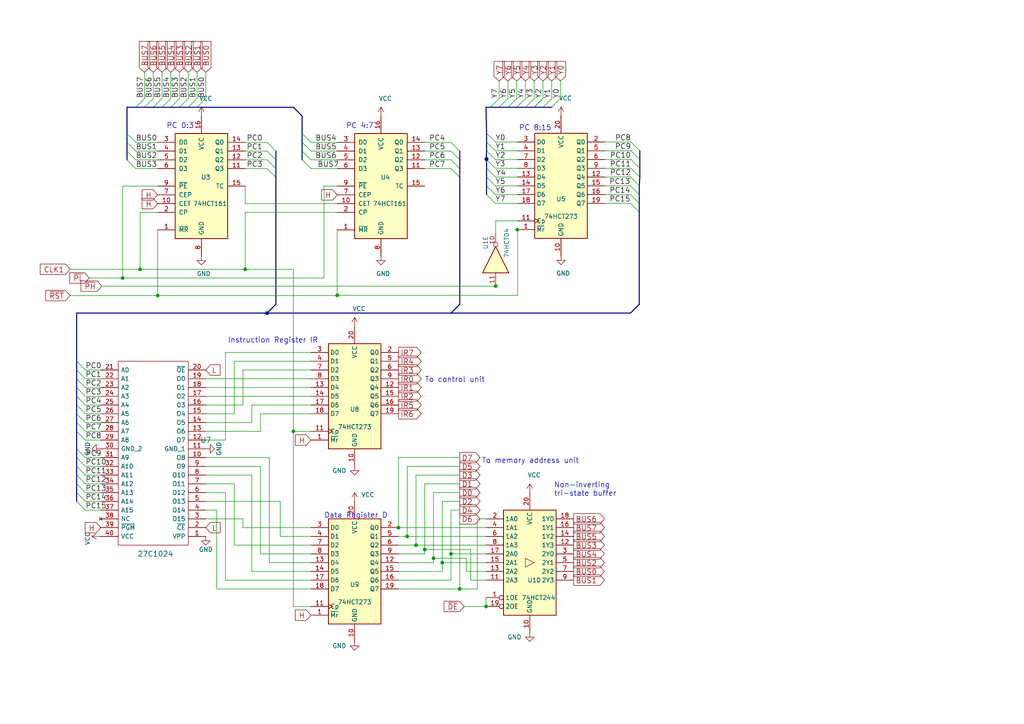
<source format=kicad_sch>
(kicad_sch (version 20211123) (generator eeschema)
  (paper "A4")
  (title_block (title "Gigatron Instruction Fetch") (date "2020-03-20") (rev "Release") (company "Marcel van Kervinck and Walter Belgers") (comment 1 "When there is no branching, the memory space is linear and PC will cross page boundaries.") (comment 2 "Unconditional jumps go to any location in program memory.") (comment 3 "Conditional branches can go to any location within the current 256-word page.") (comment 4 "The 16-bit program counter (PC) normally increments by one for every clock cycle."))
  (lib_symbols
    (symbol "74xx:74HCT04"
      (property "Reference" "U" (at 0 1.27 0))
      (property "Value" "74HCT04" (at 0 -1.27 0))
      (symbol "74HCT04_1_0"
        (polyline (pts (xy -3.81 3.81) (xy -3.81 -3.81) (xy 3.81 0) (xy -3.81 3.81)) (stroke (width 0.254)) (fill (type background)))
        (pin input line (at -7.62 0 0) (length 3.81) (name "~") (number "1"))
        (pin output inverted (at 7.62 0 180) (length 3.81) (name "~") (number "2"))
      )
      (symbol "74HCT04_2_0"
        (polyline (pts (xy -3.81 3.81) (xy -3.81 -3.81) (xy 3.81 0) (xy -3.81 3.81)) (stroke (width 0.254)) (fill (type background)))
        (pin input line (at -7.62 0 0) (length 3.81) (name "~") (number "3"))
        (pin output inverted (at 7.62 0 180) (length 3.81) (name "~") (number "4"))
      )
      (symbol "74HCT04_3_0"
        (polyline (pts (xy -3.81 3.81) (xy -3.81 -3.81) (xy 3.81 0) (xy -3.81 3.81)) (stroke (width 0.254)) (fill (type background)))
        (pin input line (at -7.62 0 0) (length 3.81) (name "~") (number "5"))
        (pin output inverted (at 7.62 0 180) (length 3.81) (name "~") (number "6"))
      )
      (symbol "74HCT04_4_0"
        (polyline (pts (xy -3.81 3.81) (xy -3.81 -3.81) (xy 3.81 0) (xy -3.81 3.81)) (stroke (width 0.254)) (fill (type background)))
        (pin output inverted (at 7.62 0 180) (length 3.81) (name "~") (number "8"))
        (pin input line (at -7.62 0 0) (length 3.81) (name "~") (number "9"))
      )
      (symbol "74HCT04_5_0"
        (polyline (pts (xy -3.81 3.81) (xy -3.81 -3.81) (xy 3.81 0) (xy -3.81 3.81)) (stroke (width 0.254)) (fill (type background)))
        (pin output inverted (at 7.62 0 180) (length 3.81) (name "~") (number "10"))
        (pin input line (at -7.62 0 0) (length 3.81) (name "~") (number "11"))
      )
      (symbol "74HCT04_6_0"
        (polyline (pts (xy -3.81 3.81) (xy -3.81 -3.81) (xy 3.81 0) (xy -3.81 3.81)) (stroke (width 0.254)) (fill (type background)))
        (pin output inverted (at 7.62 0 180) (length 3.81) (name "~") (number "12"))
        (pin input line (at -7.62 0 0) (length 3.81) (name "~") (number "13"))
      )
      (symbol "74HCT04_7_0"
        (pin power_in line (at 0 12.7 270) (length 5.08) (name "VCC") (number "14"))
        (pin power_in line (at 0 -12.7 90) (length 5.08) (name "GND") (number "7"))
      )
      (symbol "74HCT04_7_1"
        (rectangle (start -5.08 7.62) (end 5.08 -7.62) (stroke (width 0.254)) (fill (type background)))
      )
    )
    (symbol "74xx:74HCT244"
      (property "Reference" "U" (at -7.62 16.51 0))
      (property "Value" "74HCT244" (at -7.62 -16.51 0))
      (symbol "74HCT244_1_0"
        (polyline (pts (xy 1.27 0) (xy -1.27 1.27) (xy -1.27 -1.27) (xy 1.27 0)) (stroke (width 0.1524)))
        (pin input inverted (at -12.7 -10.16 0) (length 5.08) (name "1OE") (number "1"))
        (pin power_in line (at 0 -20.32 90) (length 5.08) (name "GND") (number "10"))
        (pin input line (at -12.7 -5.08 0) (length 5.08) (name "2A3") (number "11"))
        (pin tri_state line (at 12.7 5.08 180) (length 5.08) (name "1Y3") (number "12"))
        (pin input line (at -12.7 -2.54 0) (length 5.08) (name "2A2") (number "13"))
        (pin tri_state line (at 12.7 7.62 180) (length 5.08) (name "1Y2") (number "14"))
        (pin input line (at -12.7 0 0) (length 5.08) (name "2A1") (number "15"))
        (pin tri_state line (at 12.7 10.16 180) (length 5.08) (name "1Y1") (number "16"))
        (pin input line (at -12.7 2.54 0) (length 5.08) (name "2A0") (number "17"))
        (pin tri_state line (at 12.7 12.7 180) (length 5.08) (name "1Y0") (number "18"))
        (pin input inverted (at -12.7 -12.7 0) (length 5.08) (name "2OE") (number "19"))
        (pin input line (at -12.7 12.7 0) (length 5.08) (name "1A0") (number "2"))
        (pin power_in line (at 0 20.32 270) (length 5.08) (name "VCC") (number "20"))
        (pin tri_state line (at 12.7 2.54 180) (length 5.08) (name "2Y0") (number "3"))
        (pin input line (at -12.7 10.16 0) (length 5.08) (name "1A1") (number "4"))
        (pin tri_state line (at 12.7 0 180) (length 5.08) (name "2Y1") (number "5"))
        (pin input line (at -12.7 7.62 0) (length 5.08) (name "1A2") (number "6"))
        (pin tri_state line (at 12.7 -2.54 180) (length 5.08) (name "2Y2") (number "7"))
        (pin input line (at -12.7 5.08 0) (length 5.08) (name "1A3") (number "8"))
        (pin tri_state line (at 12.7 -5.08 180) (length 5.08) (name "2Y3") (number "9"))
      )
      (symbol "74HCT244_1_1"
        (rectangle (start -7.62 15.24) (end 7.62 -15.24) (stroke (width 0.254)) (fill (type background)))
      )
    )
    (symbol "74xx:74HCT273"
      (property "Reference" "U" (at -7.62 16.51 0))
      (property "Value" "74HCT273" (at -7.62 -16.51 0))
      (symbol "74HCT273_1_0"
        (pin input line (at -12.7 -12.7 0) (length 5.08) (name "~{Mr}") (number "1"))
        (pin power_in line (at 0 -20.32 90) (length 5.08) (name "GND") (number "10"))
        (pin input clock (at -12.7 -10.16 0) (length 5.08) (name "Cp") (number "11"))
        (pin output line (at 12.7 2.54 180) (length 5.08) (name "Q4") (number "12"))
        (pin input line (at -12.7 2.54 0) (length 5.08) (name "D4") (number "13"))
        (pin input line (at -12.7 0 0) (length 5.08) (name "D5") (number "14"))
        (pin output line (at 12.7 0 180) (length 5.08) (name "Q5") (number "15"))
        (pin output line (at 12.7 -2.54 180) (length 5.08) (name "Q6") (number "16"))
        (pin input line (at -12.7 -2.54 0) (length 5.08) (name "D6") (number "17"))
        (pin input line (at -12.7 -5.08 0) (length 5.08) (name "D7") (number "18"))
        (pin output line (at 12.7 -5.08 180) (length 5.08) (name "Q7") (number "19"))
        (pin output line (at 12.7 12.7 180) (length 5.08) (name "Q0") (number "2"))
        (pin power_in line (at 0 20.32 270) (length 5.08) (name "VCC") (number "20"))
        (pin input line (at -12.7 12.7 0) (length 5.08) (name "D0") (number "3"))
        (pin input line (at -12.7 10.16 0) (length 5.08) (name "D1") (number "4"))
        (pin output line (at 12.7 10.16 180) (length 5.08) (name "Q1") (number "5"))
        (pin output line (at 12.7 7.62 180) (length 5.08) (name "Q2") (number "6"))
        (pin input line (at -12.7 7.62 0) (length 5.08) (name "D2") (number "7"))
        (pin input line (at -12.7 5.08 0) (length 5.08) (name "D3") (number "8"))
        (pin output line (at 12.7 5.08 180) (length 5.08) (name "Q3") (number "9"))
      )
      (symbol "74HCT273_1_1"
        (rectangle (start -7.62 15.24) (end 7.62 -15.24) (stroke (width 0.254)) (fill (type background)))
      )
    )
    (symbol "74xx:74LS161" (pin_names (offset 1.016))
      (property "Reference" "U" (at -7.62 16.51 0))
      (property "Value" "74LS161" (at -7.62 -16.51 0))
      (symbol "74LS161_1_0"
        (pin input line (at -12.7 -12.7 0) (length 5.08) (name "~{MR}") (number "1"))
        (pin input line (at -12.7 -5.08 0) (length 5.08) (name "CET") (number "10"))
        (pin output line (at 12.7 5.08 180) (length 5.08) (name "Q3") (number "11"))
        (pin output line (at 12.7 7.62 180) (length 5.08) (name "Q2") (number "12"))
        (pin output line (at 12.7 10.16 180) (length 5.08) (name "Q1") (number "13"))
        (pin output line (at 12.7 12.7 180) (length 5.08) (name "Q0") (number "14"))
        (pin output line (at 12.7 0 180) (length 5.08) (name "TC") (number "15"))
        (pin power_in line (at 0 20.32 270) (length 5.08) (name "VCC") (number "16"))
        (pin input line (at -12.7 -7.62 0) (length 5.08) (name "CP") (number "2"))
        (pin input line (at -12.7 12.7 0) (length 5.08) (name "D0") (number "3"))
        (pin input line (at -12.7 10.16 0) (length 5.08) (name "D1") (number "4"))
        (pin input line (at -12.7 7.62 0) (length 5.08) (name "D2") (number "5"))
        (pin input line (at -12.7 5.08 0) (length 5.08) (name "D3") (number "6"))
        (pin input line (at -12.7 -2.54 0) (length 5.08) (name "CEP") (number "7"))
        (pin power_in line (at 0 -20.32 90) (length 5.08) (name "GND") (number "8"))
        (pin input line (at -12.7 0 0) (length 5.08) (name "~{PE}") (number "9"))
      )
      (symbol "74LS161_1_1"
        (rectangle (start -7.62 15.24) (end 7.62 -15.24) (stroke (width 0.254)) (fill (type background)))
      )
    )
    (symbol "SamacSys_Parts:AT27C1024-45PU" (pin_names (offset 0.762))
      (property "Reference" "IC" (at 26.67 7.62 0))
      (property "Value" "SamacSys_Parts_AT27C1024-45PU" (at 26.67 5.08 0))
      (symbol "AT27C1024-45PU_0_0"
        (pin passive line (at 0 0 0) (length 5.08) (name "VPP") (number "1"))
        (pin passive line (at 0 -22.86 0) (length 5.08) (name "O8") (number "10"))
        (pin passive line (at 0 -25.4 0) (length 5.08) (name "GND_1") (number "11"))
        (pin passive line (at 0 -27.94 0) (length 5.08) (name "O7") (number "12"))
        (pin passive line (at 0 -30.48 0) (length 5.08) (name "O6") (number "13"))
        (pin passive line (at 0 -33.02 0) (length 5.08) (name "O5") (number "14"))
        (pin passive line (at 0 -35.56 0) (length 5.08) (name "O4") (number "15"))
        (pin passive line (at 0 -38.1 0) (length 5.08) (name "O3") (number "16"))
        (pin passive line (at 0 -40.64 0) (length 5.08) (name "O2") (number "17"))
        (pin passive line (at 0 -43.18 0) (length 5.08) (name "O1") (number "18"))
        (pin passive line (at 0 -45.72 0) (length 5.08) (name "O0") (number "19"))
        (pin passive line (at 0 -2.54 0) (length 5.08) (name "~{CE}") (number "2"))
        (pin passive line (at 0 -48.26 0) (length 5.08) (name "~{OE}") (number "20"))
        (pin passive line (at 30.48 -48.26 180) (length 5.08) (name "A0") (number "21"))
        (pin passive line (at 30.48 -45.72 180) (length 5.08) (name "A1") (number "22"))
        (pin passive line (at 30.48 -43.18 180) (length 5.08) (name "A2") (number "23"))
        (pin passive line (at 30.48 -40.64 180) (length 5.08) (name "A3") (number "24"))
        (pin passive line (at 30.48 -38.1 180) (length 5.08) (name "A4") (number "25"))
        (pin passive line (at 30.48 -35.56 180) (length 5.08) (name "A5") (number "26"))
        (pin passive line (at 30.48 -33.02 180) (length 5.08) (name "A6") (number "27"))
        (pin passive line (at 30.48 -30.48 180) (length 5.08) (name "A7") (number "28"))
        (pin passive line (at 30.48 -27.94 180) (length 5.08) (name "A8") (number "29"))
        (pin passive line (at 0 -5.08 0) (length 5.08) (name "O15") (number "3"))
        (pin passive line (at 30.48 -25.4 180) (length 5.08) (name "GND_2") (number "30"))
        (pin passive line (at 30.48 -22.86 180) (length 5.08) (name "A9") (number "31"))
        (pin passive line (at 30.48 -20.32 180) (length 5.08) (name "A10") (number "32"))
        (pin passive line (at 30.48 -17.78 180) (length 5.08) (name "A11") (number "33"))
        (pin passive line (at 30.48 -15.24 180) (length 5.08) (name "A12") (number "34"))
        (pin passive line (at 30.48 -12.7 180) (length 5.08) (name "A13") (number "35"))
        (pin passive line (at 30.48 -10.16 180) (length 5.08) (name "A14") (number "36"))
        (pin passive line (at 30.48 -7.62 180) (length 5.08) (name "A15") (number "37"))
        (pin no_connect line (at 30.48 -5.08 180) (length 5.08) (name "NC") (number "38"))
        (pin passive line (at 30.48 -2.54 180) (length 5.08) (name "~{PGM}") (number "39"))
        (pin passive line (at 0 -7.62 0) (length 5.08) (name "O14") (number "4"))
        (pin passive line (at 30.48 0 180) (length 5.08) (name "VCC") (number "40"))
        (pin passive line (at 0 -10.16 0) (length 5.08) (name "O13") (number "5"))
        (pin passive line (at 0 -12.7 0) (length 5.08) (name "O12") (number "6"))
        (pin passive line (at 0 -15.24 0) (length 5.08) (name "O11") (number "7"))
        (pin passive line (at 0 -17.78 0) (length 5.08) (name "O10") (number "8"))
        (pin passive line (at 0 -20.32 0) (length 5.08) (name "O9") (number "9"))
      )
      (symbol "AT27C1024-45PU_0_1"
        (polyline (pts (xy 5.08 2.54) (xy 25.4 2.54) (xy 25.4 -50.8) (xy 5.08 -50.8) (xy 5.08 2.54)) (stroke (width 0.1524)))
      )
    )
    (symbol "power:GND" (power) (pin_names (offset 0))
      (property "Value" "GND" (at 0 -3.81 0))
      (symbol "GND_0_1"
        (polyline (pts (xy 0 0) (xy 0 -1.27) (xy 1.27 -1.27) (xy 0 -2.54) (xy -1.27 -1.27) (xy 0 -1.27)))
      )
      (symbol "GND_1_1"
        (pin power_in line (at 0 0 270) (length 0) hide (name "GND") (number "1"))
      )
    )
    (symbol "power:VCC" (power) (pin_names (offset 0))
      (property "Value" "VCC" (at 0 3.81 0))
      (symbol "VCC_0_1"
        (polyline (pts (xy -0.762 1.27) (xy 0 2.54)))
        (polyline (pts (xy 0 0) (xy 0 2.54)))
        (polyline (pts (xy 0 2.54) (xy 0.762 1.27)))
      )
      (symbol "VCC_1_1"
        (pin power_in line (at 0 0 90) (length 0) hide (name "VCC") (number "1"))
      )
    )
  )
  (junction (at 133.35 170.815))
  (junction (at 97.79 85.6488))
  (junction (at 141.0716 46.1264))
  (junction (at 85.09 125.095))
  (junction (at 35.56 80.645))
  (junction (at 115.57 153.035))
  (junction (at 140.97 175.895))
  (junction (at 143.764 82.9564))
  (junction (at 128.27 163.195))
  (junction (at 120.65 158.115))
  (junction (at 71.12 78.105))
  (junction (at 130.81 160.655))
  (junction (at 45.72 85.725))
  (junction (at 77.47 90.805))
  (junction (at 141.1224 46.1264))
  (junction (at 118.11 155.575))
  (junction (at 125.73 161.925))
  (junction (at 150.0124 66.5988))
  (junction (at 123.19 159.385))
  (junction (at 40.64 78.105))
  (bus_entry (at 77.47 41.275) (size 2.54 2.54))
  (bus_entry (at 183.0324 46.2788) (size 2.54 2.54))
  (bus_entry (at 182.88 58.9788) (size 2.54 2.54))
  (bus_entry (at 130.81 41.275) (size 2.54 2.54))
  (bus_entry (at 77.47 43.815) (size 2.54 2.54))
  (bus_entry (at 46.99 28.575) (size -2.54 2.54))
  (bus_entry (at 141.1224 48.8188) (size 2.54 2.54))
  (bus_entry (at 141.1224 43.7388) (size 2.54 2.54))
  (bus_entry (at 182.88 56.4388) (size 2.54 2.54))
  (bus_entry (at 141.1224 51.3588) (size 2.54 2.54))
  (bus_entry (at 22.225 122.555) (size 2.54 2.54))
  (bus_entry (at 87.63 46.355) (size 2.54 2.54))
  (bus_entry (at 183.0324 41.1988) (size 2.54 2.54))
  (bus_entry (at 22.225 142.875) (size 2.54 2.54))
  (bus_entry (at 147.32 28.575) (size -2.54 2.54))
  (bus_entry (at 52.07 28.575) (size -2.54 2.54))
  (bus_entry (at 22.225 107.315) (size 2.54 2.54))
  (bus_entry (at 77.47 48.895) (size 2.54 2.54))
  (bus_entry (at 183.0324 48.8188) (size 2.54 2.54))
  (bus_entry (at 36.83 46.355) (size 2.54 2.54))
  (bus_entry (at 160.02 31.115) (size 2.54 -2.54))
  (bus_entry (at 87.63 41.275) (size 2.54 2.54))
  (bus_entry (at 54.61 28.575) (size -2.54 2.54))
  (bus_entry (at 44.45 28.575) (size -2.54 2.54))
  (bus_entry (at 22.225 132.715) (size 2.54 2.54))
  (bus_entry (at 141.1224 53.8988) (size 2.54 2.54))
  (bus_entry (at 141.1224 41.1988) (size 2.54 2.54))
  (bus_entry (at 182.88 51.3588) (size 2.54 2.54))
  (bus_entry (at 152.4 28.575) (size -2.54 2.54))
  (bus_entry (at 41.91 28.575) (size -2.54 2.54))
  (bus_entry (at 157.48 28.575) (size -2.54 2.54))
  (bus_entry (at 59.69 28.575) (size -2.54 2.54))
  (bus_entry (at 22.225 117.475) (size 2.54 2.54))
  (bus_entry (at 22.225 112.395) (size 2.54 2.54))
  (bus_entry (at 154.94 28.575) (size -2.54 2.54))
  (bus_entry (at 87.63 38.735) (size 2.54 2.54))
  (bus_entry (at 22.225 137.795) (size 2.54 2.54))
  (bus_entry (at 141.1224 56.4388) (size 2.54 2.54))
  (bus_entry (at 157.48 28.575) (size -2.54 2.54))
  (bus_entry (at 22.225 114.935) (size 2.54 2.54))
  (bus_entry (at 36.83 43.815) (size 2.54 2.54))
  (bus_entry (at 49.53 28.575) (size -2.54 2.54))
  (bus_entry (at 160.02 28.575) (size -2.54 2.54))
  (bus_entry (at 36.83 41.275) (size 2.54 2.54))
  (bus_entry (at 183.0324 43.7388) (size 2.54 2.54))
  (bus_entry (at 22.225 140.335) (size 2.54 2.54))
  (bus_entry (at 22.225 109.855) (size 2.54 2.54))
  (bus_entry (at 144.78 28.575) (size -2.54 2.54))
  (bus_entry (at 182.88 53.8988) (size 2.54 2.54))
  (bus_entry (at 22.225 104.775) (size 2.54 2.54))
  (bus_entry (at 130.81 46.355) (size 2.54 2.54))
  (bus_entry (at 22.225 130.175) (size 2.54 2.54))
  (bus_entry (at 22.225 135.255) (size 2.54 2.54))
  (bus_entry (at 141.0716 46.228) (size 2.54 2.54))
  (bus_entry (at 22.225 125.095) (size 2.54 2.54))
  (bus_entry (at 36.83 38.735) (size 2.54 2.54))
  (bus_entry (at 149.86 28.575) (size -2.54 2.54))
  (bus_entry (at 77.47 46.355) (size 2.54 2.54))
  (bus_entry (at 87.63 43.815) (size 2.54 2.54))
  (bus_entry (at 57.15 28.575) (size -2.54 2.54))
  (bus_entry (at 22.225 120.015) (size 2.54 2.54))
  (bus_entry (at 141.1224 38.6588) (size 2.54 2.54))
  (bus_entry (at 22.225 145.415) (size 2.54 2.54))
  (bus_entry (at 130.81 43.815) (size 2.54 2.54))
  (bus_entry (at 130.81 48.895) (size 2.54 2.54))
  (bus (pts (xy 36.83 41.275) (xy 36.83 43.815)))
  (wire (pts (xy 57.15 20.955) (xy 57.15 28.575)))
  (wire (pts (xy 71.12 46.355) (xy 77.47 46.355)))
  (wire (pts (xy 143.6624 46.2788) (xy 150.0124 46.2788)))
  (bus (pts (xy 147.32 31.115) (xy 149.86 31.115)))
  (bus (pts (xy 141.1224 48.8188) (xy 141.1224 51.3588)))
  (wire (pts (xy 140.97 175.895) (xy 140.97 173.355)))
  (wire (pts (xy 59.69 127.635) (xy 65.405 127.635)))
  (wire (pts (xy 140.97 165.735) (xy 135.255 165.735)))
  (wire (pts (xy 120.65 158.115) (xy 140.97 158.115)))
  (bus (pts (xy 185.5724 48.8188) (xy 185.5724 51.3588)))
  (bus (pts (xy 140.97 31.115) (xy 142.24 31.115)))
  (bus (pts (xy 149.86 31.115) (xy 152.4 31.115)))
  (bus (pts (xy 141.1224 51.3588) (xy 141.1224 53.8988)))
  (bus (pts (xy 182.88 90.805) (xy 185.42 88.265)))
  (wire (pts (xy 24.765 107.315) (xy 29.21 107.315)))
  (wire (pts (xy 115.57 153.035) (xy 140.97 153.035)))
  (wire (pts (xy 90.17 155.575) (xy 81.28 155.575)))
  (wire (pts (xy 149.9616 48.8188) (xy 150.0124 48.8188)))
  (bus (pts (xy 85.09 31.115) (xy 87.63 33.655)))
  (wire (pts (xy 135.255 161.925) (xy 125.73 161.925)))
  (wire (pts (xy 41.91 20.955) (xy 41.91 28.575)))
  (wire (pts (xy 59.69 137.795) (xy 73.025 137.795)))
  (bus (pts (xy 36.83 31.115) (xy 39.37 31.115)))
  (wire (pts (xy 90.17 43.815) (xy 97.79 43.815)))
  (wire (pts (xy 93.98 53.975) (xy 97.79 53.975)))
  (wire (pts (xy 20.32 85.725) (xy 45.72 85.725)))
  (wire (pts (xy 35.56 80.645) (xy 93.98 80.645)))
  (bus (pts (xy 22.225 90.805) (xy 22.225 104.775)))
  (bus (pts (xy 185.42 53.8988) (xy 185.42 56.4388)))
  (bus (pts (xy 46.99 31.115) (xy 49.53 31.115)))
  (bus (pts (xy 80.01 51.435) (xy 80.01 88.265)))
  (wire (pts (xy 59.69 125.095) (xy 75.565 125.095)))
  (wire (pts (xy 59.69 117.475) (xy 70.485 117.475)))
  (wire (pts (xy 24.765 117.475) (xy 29.21 117.475)))
  (wire (pts (xy 85.09 175.895) (xy 90.17 175.895)))
  (wire (pts (xy 143.6116 48.768) (xy 149.9616 48.8188)))
  (wire (pts (xy 59.69 147.955) (xy 62.865 147.955)))
  (wire (pts (xy 133.35 132.715) (xy 115.57 132.715)))
  (wire (pts (xy 150.114 66.548) (xy 150.114 85.6488)))
  (wire (pts (xy 133.35 142.875) (xy 125.73 142.875)))
  (wire (pts (xy 73.025 117.475) (xy 90.17 117.475)))
  (wire (pts (xy 175.4124 46.2788) (xy 183.0324 46.2788)))
  (bus (pts (xy 22.225 142.875) (xy 22.225 145.415)))
  (wire (pts (xy 39.37 43.815) (xy 45.72 43.815)))
  (bus (pts (xy 141.1224 41.1988) (xy 141.1224 43.7388)))
  (wire (pts (xy 71.12 59.055) (xy 97.79 59.055)))
  (wire (pts (xy 125.73 142.875) (xy 125.73 161.925)))
  (wire (pts (xy 20.32 78.105) (xy 40.64 78.105)))
  (wire (pts (xy 93.98 80.645) (xy 93.98 53.975)))
  (wire (pts (xy 70.485 153.035) (xy 90.17 153.035)))
  (wire (pts (xy 150.114 85.6488) (xy 97.79 85.6488)))
  (wire (pts (xy 90.17 160.655) (xy 75.565 160.655)))
  (wire (pts (xy 24.765 137.795) (xy 29.21 137.795)))
  (bus (pts (xy 22.225 122.555) (xy 22.225 125.095)))
  (wire (pts (xy 24.765 132.715) (xy 29.21 132.715)))
  (bus (pts (xy 22.225 112.395) (xy 22.225 114.935)))
  (wire (pts (xy 133.35 170.815) (xy 133.35 150.495)))
  (wire (pts (xy 128.27 163.195) (xy 128.27 165.735)))
  (wire (pts (xy 54.61 20.955) (xy 54.61 28.575)))
  (bus (pts (xy 185.5724 46.2788) (xy 185.5724 48.8188)))
  (wire (pts (xy 35.56 53.975) (xy 35.56 80.645)))
  (bus (pts (xy 154.94 31.115) (xy 157.48 31.115)))
  (wire (pts (xy 62.865 170.815) (xy 90.17 170.815)))
  (wire (pts (xy 85.09 125.095) (xy 85.09 175.895)))
  (wire (pts (xy 59.69 109.855) (xy 90.17 109.855)))
  (wire (pts (xy 59.69 140.335) (xy 67.945 140.335)))
  (wire (pts (xy 70.485 107.315) (xy 90.17 107.315)))
  (wire (pts (xy 71.12 43.815) (xy 77.47 43.815)))
  (bus (pts (xy 140.97 31.115) (xy 141.1224 38.6588)))
  (wire (pts (xy 39.37 46.355) (xy 45.72 46.355)))
  (bus (pts (xy 22.225 117.475) (xy 22.225 120.015)))
  (bus (pts (xy 185.42 56.4388) (xy 185.42 58.9788)))
  (wire (pts (xy 115.57 163.195) (xy 125.73 163.195)))
  (wire (pts (xy 85.09 78.105) (xy 85.09 125.095)))
  (wire (pts (xy 24.765 109.855) (xy 29.21 109.855)))
  (wire (pts (xy 45.72 66.675) (xy 45.72 85.725)))
  (wire (pts (xy 143.6624 43.7388) (xy 150.0124 43.7388)))
  (wire (pts (xy 123.19 159.385) (xy 123.19 160.655)))
  (wire (pts (xy 140.97 168.275) (xy 136.525 168.275)))
  (wire (pts (xy 24.765 112.395) (xy 29.21 112.395)))
  (wire (pts (xy 24.765 125.095) (xy 29.21 125.095)))
  (wire (pts (xy 183.0324 51.2826) (xy 175.4124 51.3588)))
  (wire (pts (xy 143.6624 41.1988) (xy 150.0124 41.1988)))
  (wire (pts (xy 143.764 64.0588) (xy 150.0124 64.0588)))
  (wire (pts (xy 70.485 150.495) (xy 70.485 153.035)))
  (bus (pts (xy 22.225 125.095) (xy 22.225 130.175)))
  (wire (pts (xy 67.945 158.115) (xy 90.17 158.115)))
  (wire (pts (xy 157.48 23.495) (xy 157.48 28.575)))
  (wire (pts (xy 71.12 78.105) (xy 85.09 78.105)))
  (bus (pts (xy 141.1224 46.1264) (xy 141.1224 48.8188)))
  (wire (pts (xy 85.09 125.095) (xy 90.17 125.095)))
  (wire (pts (xy 59.69 20.955) (xy 59.69 28.575)))
  (bus (pts (xy 41.91 31.115) (xy 44.45 31.115)))
  (bus (pts (xy 22.225 140.335) (xy 22.225 142.875)))
  (bus (pts (xy 77.47 90.805) (xy 182.88 90.805)))
  (bus (pts (xy 133.35 48.895) (xy 133.35 51.435)))
  (wire (pts (xy 130.81 168.275) (xy 130.81 160.655)))
  (bus (pts (xy 22.225 137.795) (xy 22.225 140.335)))
  (wire (pts (xy 143.6624 51.3588) (xy 150.0124 51.3588)))
  (bus (pts (xy 185.42 61.5188) (xy 185.42 88.265)))
  (wire (pts (xy 24.765 135.255) (xy 29.21 135.255)))
  (wire (pts (xy 140.97 150.495) (xy 138.43 150.495)))
  (wire (pts (xy 59.69 142.875) (xy 65.405 142.875)))
  (bus (pts (xy 185.5724 51.3588) (xy 185.42 53.8988)))
  (wire (pts (xy 75.565 125.095) (xy 75.565 120.015)))
  (wire (pts (xy 154.94 23.495) (xy 154.94 28.575)))
  (wire (pts (xy 175.4124 41.1988) (xy 183.0324 41.1988)))
  (wire (pts (xy 65.405 168.275) (xy 90.17 168.275)))
  (wire (pts (xy 75.565 135.255) (xy 75.565 160.655)))
  (bus (pts (xy 80.01 46.355) (xy 80.01 48.895)))
  (wire (pts (xy 44.45 20.955) (xy 44.45 28.575)))
  (wire (pts (xy 125.73 161.925) (xy 125.73 163.195)))
  (bus (pts (xy 141.1224 38.6588) (xy 141.1224 41.1988)))
  (wire (pts (xy 144.78 23.495) (xy 144.78 28.575)))
  (wire (pts (xy 71.12 61.595) (xy 97.79 61.595)))
  (wire (pts (xy 90.17 104.775) (xy 67.945 104.775)))
  (bus (pts (xy 130.81 90.805) (xy 133.35 88.265)))
  (bus (pts (xy 133.35 51.435) (xy 133.35 88.265)))
  (bus (pts (xy 22.225 135.255) (xy 22.225 137.795)))
  (wire (pts (xy 90.17 41.275) (xy 97.79 41.275)))
  (wire (pts (xy 133.35 135.255) (xy 118.11 135.255)))
  (wire (pts (xy 128.27 163.195) (xy 140.97 163.195)))
  (wire (pts (xy 90.17 48.895) (xy 97.79 48.895)))
  (wire (pts (xy 182.88 53.8988) (xy 175.4124 53.8988)))
  (wire (pts (xy 115.57 132.715) (xy 115.57 153.035)))
  (bus (pts (xy 57.15 31.115) (xy 85.09 31.115)))
  (bus (pts (xy 80.01 43.815) (xy 80.01 46.355)))
  (wire (pts (xy 24.765 114.935) (xy 29.21 114.935)))
  (wire (pts (xy 118.11 155.575) (xy 140.97 155.575)))
  (wire (pts (xy 115.57 170.815) (xy 133.35 170.815)))
  (wire (pts (xy 45.72 61.595) (xy 40.64 61.595)))
  (bus (pts (xy 22.225 104.775) (xy 22.225 107.315)))
  (bus (pts (xy 22.225 120.015) (xy 22.225 122.555)))
  (wire (pts (xy 24.765 145.415) (xy 29.21 145.415)))
  (wire (pts (xy 118.11 135.255) (xy 118.11 155.575)))
  (bus (pts (xy 22.225 132.715) (xy 22.225 135.255)))
  (wire (pts (xy 62.865 147.955) (xy 62.865 170.815)))
  (wire (pts (xy 78.105 132.715) (xy 78.105 163.195)))
  (wire (pts (xy 67.945 104.775) (xy 67.945 120.015)))
  (wire (pts (xy 123.19 48.895) (xy 130.81 48.895)))
  (wire (pts (xy 59.69 114.935) (xy 90.17 114.935)))
  (wire (pts (xy 40.64 61.595) (xy 40.64 78.105)))
  (wire (pts (xy 128.27 145.415) (xy 128.27 163.195)))
  (wire (pts (xy 49.53 20.955) (xy 49.53 28.575)))
  (wire (pts (xy 123.19 43.815) (xy 130.81 43.815)))
  (wire (pts (xy 152.4 23.495) (xy 152.4 28.575)))
  (wire (pts (xy 97.79 85.6488) (xy 97.79 85.725)))
  (wire (pts (xy 175.4124 48.8188) (xy 183.0324 48.8188)))
  (bus (pts (xy 133.35 46.355) (xy 133.35 48.895)))
  (wire (pts (xy 133.35 170.815) (xy 138.43 170.815)))
  (bus (pts (xy 141.1224 43.7388) (xy 141.0716 46.228)))
  (wire (pts (xy 59.69 150.495) (xy 70.485 150.495)))
  (bus (pts (xy 22.225 107.315) (xy 22.225 109.855)))
  (wire (pts (xy 65.405 127.635) (xy 65.405 102.235)))
  (bus (pts (xy 49.53 31.115) (xy 52.07 31.115)))
  (wire (pts (xy 59.69 135.255) (xy 75.565 135.255)))
  (wire (pts (xy 130.81 147.955) (xy 133.35 147.955)))
  (wire (pts (xy 73.025 137.795) (xy 73.025 165.735)))
  (wire (pts (xy 160.02 23.495) (xy 160.02 28.575)))
  (wire (pts (xy 45.72 53.975) (xy 35.56 53.975)))
  (bus (pts (xy 142.24 31.115) (xy 144.78 31.115)))
  (wire (pts (xy 65.405 102.235) (xy 90.17 102.235)))
  (wire (pts (xy 65.405 142.875) (xy 65.405 168.275)))
  (bus (pts (xy 87.63 33.655) (xy 87.63 38.735)))
  (wire (pts (xy 115.57 168.275) (xy 130.81 168.275)))
  (wire (pts (xy 115.57 160.655) (xy 123.19 160.655)))
  (wire (pts (xy 24.765 142.875) (xy 29.21 142.875)))
  (wire (pts (xy 130.81 160.655) (xy 130.81 147.955)))
  (bus (pts (xy 22.225 109.855) (xy 22.225 112.395)))
  (bus (pts (xy 54.61 31.115) (xy 57.15 31.115)))
  (wire (pts (xy 45.72 85.725) (xy 97.79 85.725)))
  (bus (pts (xy 22.225 130.175) (xy 22.225 132.715)))
  (wire (pts (xy 29.5148 83.0072) (xy 143.764 83.0072)))
  (wire (pts (xy 73.025 122.555) (xy 73.025 117.475)))
  (wire (pts (xy 67.945 120.015) (xy 59.69 120.015)))
  (wire (pts (xy 24.765 147.955) (xy 29.21 147.955)))
  (wire (pts (xy 71.12 41.275) (xy 77.47 41.275)))
  (bus (pts (xy 39.37 31.115) (xy 41.91 31.115)))
  (bus (pts (xy 36.83 43.815) (xy 36.83 46.355)))
  (wire (pts (xy 182.88 58.9788) (xy 175.4124 58.9788)))
  (wire (pts (xy 40.64 78.105) (xy 71.12 78.105)))
  (wire (pts (xy 143.764 67.7164) (xy 143.764 64.0588)))
  (wire (pts (xy 59.69 122.555) (xy 73.025 122.555)))
  (wire (pts (xy 71.12 48.895) (xy 77.47 48.895)))
  (wire (pts (xy 143.6624 56.4388) (xy 150.0124 56.4388)))
  (bus (pts (xy 157.48 31.115) (xy 160.02 31.115)))
  (bus (pts (xy 36.83 31.115) (xy 36.83 38.735)))
  (wire (pts (xy 90.17 112.395) (xy 59.69 112.395)))
  (wire (pts (xy 24.765 120.015) (xy 29.21 120.015)))
  (wire (pts (xy 73.025 165.735) (xy 90.17 165.735)))
  (wire (pts (xy 45.72 41.275) (xy 39.37 41.275)))
  (bus (pts (xy 22.225 114.935) (xy 22.225 117.475)))
  (wire (pts (xy 143.6624 53.8988) (xy 150.0124 53.8988)))
  (bus (pts (xy 80.01 48.895) (xy 80.01 51.435)))
  (bus (pts (xy 87.63 38.735) (xy 87.63 41.275)))
  (bus (pts (xy 185.5724 43.7388) (xy 185.5724 46.2788)))
  (wire (pts (xy 143.6624 58.9788) (xy 150.0124 58.9788)))
  (wire (pts (xy 162.56 23.495) (xy 162.56 28.575)))
  (wire (pts (xy 59.69 132.715) (xy 78.105 132.715)))
  (wire (pts (xy 175.4124 43.7388) (xy 183.0324 43.7388)))
  (bus (pts (xy 144.78 31.115) (xy 147.32 31.115)))
  (bus (pts (xy 152.4 31.115) (xy 154.94 31.115)))
  (wire (pts (xy 115.57 155.575) (xy 118.11 155.575)))
  (bus (pts (xy 133.35 43.815) (xy 133.35 46.355)))
  (wire (pts (xy 123.19 41.275) (xy 130.81 41.275)))
  (bus (pts (xy 87.63 41.275) (xy 87.63 43.815)))
  (wire (pts (xy 67.945 140.335) (xy 67.945 158.115)))
  (wire (pts (xy 81.28 145.415) (xy 59.69 145.415)))
  (wire (pts (xy 138.43 150.495) (xy 138.43 170.815)))
  (wire (pts (xy 182.88 56.4388) (xy 175.4124 56.4388)))
  (bus (pts (xy 77.47 90.805) (xy 80.01 88.265)))
  (bus (pts (xy 141.1224 46.1264) (xy 141.0716 46.1264)))
  (wire (pts (xy 75.565 120.015) (xy 90.17 120.015)))
  (wire (pts (xy 71.12 78.105) (xy 71.12 61.595)))
  (wire (pts (xy 123.19 140.335) (xy 123.19 159.385)))
  (wire (pts (xy 133.35 137.795) (xy 120.65 137.795)))
  (wire (pts (xy 81.28 155.575) (xy 81.28 145.415)))
  (bus (pts (xy 87.63 43.815) (xy 87.63 46.355)))
  (bus (pts (xy 44.45 31.115) (xy 46.99 31.115)))
  (bus (pts (xy 52.07 31.115) (xy 54.61 31.115)))
  (bus (pts (xy 185.42 58.9788) (xy 185.42 61.5188)))
  (wire (pts (xy 71.12 53.975) (xy 71.12 59.055)))
  (wire (pts (xy 115.57 165.735) (xy 128.27 165.735)))
  (bus (pts (xy 141.1224 53.8988) (xy 141.1224 56.4388)))
  (wire (pts (xy 133.35 140.335) (xy 123.19 140.335)))
  (wire (pts (xy 136.525 168.275) (xy 136.525 159.385)))
  (wire (pts (xy 25.908 80.6196) (xy 35.56 80.645)))
  (wire (pts (xy 90.17 46.355) (xy 97.79 46.355)))
  (wire (pts (xy 52.07 20.955) (xy 52.07 28.575)))
  (wire (pts (xy 135.255 165.735) (xy 135.255 161.925)))
  (wire (pts (xy 136.525 159.385) (xy 123.19 159.385)))
  (wire (pts (xy 24.765 127.635) (xy 29.21 127.635)))
  (bus (pts (xy 22.225 90.805) (xy 77.47 90.805)))
  (wire (pts (xy 149.86 23.495) (xy 149.86 28.575)))
  (wire (pts (xy 97.79 66.675) (xy 97.79 85.6488)))
  (wire (pts (xy 140.97 160.655) (xy 130.81 160.655)))
  (bus (pts (xy 36.83 38.735) (xy 36.83 41.275)))
  (wire (pts (xy 39.37 48.895) (xy 45.72 48.895)))
  (wire (pts (xy 133.35 145.415) (xy 128.27 145.415)))
  (wire (pts (xy 24.765 140.335) (xy 29.21 140.335)))
  (wire (pts (xy 147.32 23.495) (xy 147.32 28.575)))
  (wire (pts (xy 70.485 117.475) (xy 70.485 107.315)))
  (wire (pts (xy 120.65 137.795) (xy 120.65 158.115)))
  (wire (pts (xy 123.19 46.355) (xy 130.81 46.355)))
  (wire (pts (xy 115.57 158.115) (xy 120.65 158.115)))
  (wire (pts (xy 46.99 20.955) (xy 46.99 28.575)))
  (wire (pts (xy 134.62 175.895) (xy 140.97 175.895)))
  (wire (pts (xy 78.105 163.195) (xy 90.17 163.195)))
  (wire (pts (xy 150.114 66.548) (xy 150.0124 66.5988)))
  (wire (pts (xy 24.765 122.555) (xy 29.21 122.555)))
  (text "Data Register D\n" (at 93.98 150.495 0) (effects (font (size 1.524 1.524)) (justify left bottom)))
  (text "PC 0:3" (at 48.26 37.465 0) (effects (font (size 1.524 1.524)) (justify left bottom)))
  (text "To control unit" (at 123.19 111.125 0) (effects (font (size 1.524 1.524)) (justify left bottom)))
  (text "Non-inverting\ntri-state buffer" (at 160.655 144.145 0) (effects (font (size 1.524 1.524)) (justify left bottom)))
  (text "Instruction Register IR\n" (at 66.04 99.695 0) (effects (font (size 1.524 1.524)) (justify left bottom)))
  (text "PC 8:15" (at 150.495 38.1 0) (effects (font (size 1.524 1.524)) (justify left bottom)))
  (text "PC 4:7" (at 100.33 37.465 0) (effects (font (size 1.524 1.524)) (justify left bottom)))
  (text "To memory address unit" (at 139.7 134.62 0) (effects (font (size 1.524 1.524)) (justify left bottom)))
  (label "Y4" (at 152.4 28.575 90) (effects (font (size 1.524 1.524))))
  (label "Y0" (at 143.6624 41.1988 0) (effects (font (size 1.524 1.524))))
  (label "PC8" (at 24.765 127.635 0) (effects (font (size 1.524 1.524))))
  (label "Y5" (at 143.6624 53.8988 0) (effects (font (size 1.524 1.524))))
  (label "PC5" (at 124.46 43.815 0) (effects (font (size 1.524 1.524))))
  (label "PC2" (at 24.765 112.395 0) (effects (font (size 1.524 1.524))))
  (label "Y2" (at 157.48 28.575 90) (effects (font (size 1.524 1.524))))
  (label "PC12" (at 183.0324 51.2826 180) (effects (font (size 1.524 1.524))))
  (label "BUS3" (at 52.07 22.225 270) (effects (font (size 1.524 1.524))))
  (label "Y3" (at 143.612 48.768 0) (effects (font (size 1.524 1.524))))
  (label "PC12" (at 24.765 140.335 0) (effects (font (size 1.524 1.524))))
  (label "PC3" (at 76.2 48.895 180) (effects (font (size 1.524 1.524))))
  (label "BUS0" (at 39.37 41.275 0) (effects (font (size 1.524 1.524))))
  (label "Y5" (at 149.86 28.575 90) (effects (font (size 1.524 1.524))))
  (label "BUS6" (at 44.45 22.225 270) (effects (font (size 1.524 1.524))))
  (label "PC13" (at 182.8292 53.8988 180) (effects (font (size 1.524 1.524))))
  (label "BUS5" (at 46.99 22.225 270) (effects (font (size 1.524 1.524))))
  (label "PC14" (at 182.88 56.4388 180) (effects (font (size 1.524 1.524))))
  (label "PC10" (at 183.0324 46.2788 180) (effects (font (size 1.524 1.524))))
  (label "PC9" (at 24.765 132.715 0) (effects (font (size 1.524 1.524))))
  (label "Y1" (at 143.6624 43.7388 0) (effects (font (size 1.524 1.524))))
  (label "PC10" (at 24.765 135.255 0) (effects (font (size 1.524 1.524))))
  (label "Y6" (at 147.32 28.575 90) (effects (font (size 1.524 1.524))))
  (label "BUS1" (at 57.15 22.225 270) (effects (font (size 1.524 1.524))))
  (label "BUS2" (at 39.37 46.355 0) (effects (font (size 1.524 1.524))))
  (label "PC11" (at 183.0324 48.8188 180) (effects (font (size 1.524 1.524))))
  (label "PC0" (at 76.2 41.275 180) (effects (font (size 1.524 1.524))))
  (label "PC7" (at 124.46 48.895 0) (effects (font (size 1.524 1.524))))
  (label "BUS7" (at 92.075 48.895 0) (effects (font (size 1.524 1.524))))
  (label "Y7" (at 144.78 28.575 90) (effects (font (size 1.524 1.524))))
  (label "PC13" (at 24.765 142.875 0) (effects (font (size 1.524 1.524))))
  (label "BUS4" (at 49.53 22.225 270) (effects (font (size 1.524 1.524))))
  (label "PC2" (at 76.2 46.355 180) (effects (font (size 1.524 1.524))))
  (label "PC0" (at 24.765 107.315 0) (effects (font (size 1.524 1.524))))
  (label "PC7" (at 24.765 125.095 0) (effects (font (size 1.524 1.524))))
  (label "PC6" (at 124.46 46.355 0) (effects (font (size 1.524 1.524))))
  (label "Y2" (at 143.6624 46.2788 0) (effects (font (size 1.524 1.524))))
  (label "Y6" (at 143.6624 56.4388 0) (effects (font (size 1.524 1.524))))
  (label "BUS1" (at 39.37 43.815 0) (effects (font (size 1.524 1.524))))
  (label "PC9" (at 183.0324 43.7388 180) (effects (font (size 1.524 1.524))))
  (label "Y0" (at 162.56 28.575 90) (effects (font (size 1.524 1.524))))
  (label "BUS7" (at 41.91 22.225 270) (effects (font (size 1.524 1.524))))
  (label "PC1" (at 24.765 109.855 0) (effects (font (size 1.524 1.524))))
  (label "PC4" (at 124.46 41.275 0) (effects (font (size 1.524 1.524))))
  (label "Y4" (at 143.8148 51.3588 0) (effects (font (size 1.524 1.524))))
  (label "BUS4" (at 91.44 41.275 0) (effects (font (size 1.524 1.524))))
  (label "PC11" (at 24.765 137.795 0) (effects (font (size 1.524 1.524))))
  (label "Y1" (at 160.02 28.575 90) (effects (font (size 1.524 1.524))))
  (label "PC15" (at 182.88 58.9788 180) (effects (font (size 1.524 1.524))))
  (label "BUS6" (at 91.44 46.355 0) (effects (font (size 1.524 1.524))))
  (label "Y3" (at 154.94 28.575 90) (effects (font (size 1.524 1.524))))
  (label "Y7" (at 143.6624 58.9788 0) (effects (font (size 1.524 1.524))))
  (label "PC1" (at 76.2 43.815 180) (effects (font (size 1.524 1.524))))
  (label "BUS0" (at 59.69 22.225 270) (effects (font (size 1.524 1.524))))
  (label "BUS3" (at 39.37 48.895 0) (effects (font (size 1.524 1.524))))
  (label "PC15" (at 24.765 147.955 0) (effects (font (size 1.524 1.524))))
  (label "PC6" (at 24.765 122.555 0) (effects (font (size 1.524 1.524))))
  (label "PC8" (at 183.0324 41.1988 180) (effects (font (size 1.524 1.524))))
  (label "BUS2" (at 54.61 22.225 270) (effects (font (size 1.524 1.524))))
  (label "BUS5" (at 91.44 43.815 0) (effects (font (size 1.524 1.524))))
  (label "PC14" (at 24.765 145.415 0) (effects (font (size 1.524 1.524))))
  (label "PC3" (at 24.765 114.935 0) (effects (font (size 1.524 1.524))))
  (label "PC4" (at 24.765 117.475 0) (effects (font (size 1.524 1.524))))
  (label "PC5" (at 24.765 120.015 0) (effects (font (size 1.524 1.524))))
  (global_label "BUS7" (shape input) (at 41.91 20.955 90) (effects (font (size 1.524 1.524))) (property "Intersheet References" "${INTERSHEET_REFS}" (effects hide)))
  (global_label "H" (shape input) (at 45.72 56.515 180) (effects (font (size 1.524 1.524))) (property "Intersheet References" "${INTERSHEET_REFS}" (effects hide)))
  (global_label "H" (shape input) (at 97.79 56.515 180) (effects (font (size 1.524 1.524))) (property "Intersheet References" "${INTERSHEET_REFS}" (effects hide)))
  (global_label "BUS0" (shape output) (at 166.37 165.735 0) (effects (font (size 1.524 1.524))) (property "Intersheet References" "${INTERSHEET_REFS}" (effects hide)))
  (global_label "BUS3" (shape output) (at 166.37 158.115 0) (effects (font (size 1.524 1.524))) (property "Intersheet References" "${INTERSHEET_REFS}" (effects hide)))
  (global_label "D7" (shape output) (at 133.35 132.715 0) (effects (font (size 1.524 1.524))) (property "Intersheet References" "${INTERSHEET_REFS}" (effects hide)))
  (global_label "BUS6" (shape input) (at 44.45 20.955 90) (effects (font (size 1.524 1.524))) (property "Intersheet References" "${INTERSHEET_REFS}" (effects hide)))
  (global_label "H" (shape input) (at 29.21 153.035 180) (effects (font (size 1.524 1.524))) (property "Intersheet References" "${INTERSHEET_REFS}" (effects hide)))
  (global_label "Y3" (shape input) (at 154.94 23.495 90) (effects (font (size 1.524 1.524))) (property "Intersheet References" "${INTERSHEET_REFS}" (effects hide)))
  (global_label "Y6" (shape input) (at 147.32 23.495 90) (effects (font (size 1.524 1.524))) (property "Intersheet References" "${INTERSHEET_REFS}" (effects hide)))
  (global_label "BUS0" (shape input) (at 59.69 20.955 90) (effects (font (size 1.524 1.524))) (property "Intersheet References" "${INTERSHEET_REFS}" (effects hide)))
  (global_label "IR2" (shape output) (at 115.57 114.935 0) (effects (font (size 1.524 1.524))) (property "Intersheet References" "${INTERSHEET_REFS}" (effects hide)))
  (global_label "H" (shape input) (at 45.72 59.055 180) (effects (font (size 1.524 1.524))) (property "Intersheet References" "${INTERSHEET_REFS}" (effects hide)))
  (global_label "H" (shape input) (at 90.17 178.435 180) (effects (font (size 1.524 1.524))) (property "Intersheet References" "${INTERSHEET_REFS}" (effects hide)))
  (global_label "IR3" (shape output) (at 115.57 107.315 0) (effects (font (size 1.524 1.524))) (property "Intersheet References" "${INTERSHEET_REFS}" (effects hide)))
  (global_label "BUS1" (shape input) (at 57.15 20.955 90) (effects (font (size 1.524 1.524))) (property "Intersheet References" "${INTERSHEET_REFS}" (effects hide)))
  (global_label "Y7" (shape input) (at 144.78 23.495 90) (effects (font (size 1.524 1.524))) (property "Intersheet References" "${INTERSHEET_REFS}" (effects hide)))
  (global_label "BUS5" (shape output) (at 166.37 155.575 0) (effects (font (size 1.524 1.524))) (property "Intersheet References" "${INTERSHEET_REFS}" (effects hide)))
  (global_label "D5" (shape output) (at 133.35 135.255 0) (effects (font (size 1.524 1.524))) (property "Intersheet References" "${INTERSHEET_REFS}" (effects hide)))
  (global_label "D6" (shape output) (at 133.35 150.495 0) (effects (font (size 1.524 1.524))) (property "Intersheet References" "${INTERSHEET_REFS}" (effects hide)))
  (global_label "Y5" (shape input) (at 149.86 23.495 90) (effects (font (size 1.524 1.524))) (property "Intersheet References" "${INTERSHEET_REFS}" (effects hide)))
  (global_label "D2" (shape output) (at 133.35 145.415 0) (effects (font (size 1.524 1.524))) (property "Intersheet References" "${INTERSHEET_REFS}" (effects hide)))
  (global_label "D3" (shape output) (at 133.35 137.795 0) (effects (font (size 1.524 1.524))) (property "Intersheet References" "${INTERSHEET_REFS}" (effects hide)))
  (global_label "BUS4" (shape input) (at 49.53 20.955 90) (effects (font (size 1.524 1.524))) (property "Intersheet References" "${INTERSHEET_REFS}" (effects hide)))
  (global_label "BUS2" (shape input) (at 54.61 20.955 90) (effects (font (size 1.524 1.524))) (property "Intersheet References" "${INTERSHEET_REFS}" (effects hide)))
  (global_label "BUS1" (shape output) (at 166.37 168.275 0) (effects (font (size 1.524 1.524))) (property "Intersheet References" "${INTERSHEET_REFS}" (effects hide)))
  (global_label "BUS4" (shape output) (at 166.37 160.655 0) (effects (font (size 1.524 1.524))) (property "Intersheet References" "${INTERSHEET_REFS}" (effects hide)))
  (global_label "IR6" (shape output) (at 115.57 120.015 0) (effects (font (size 1.524 1.524))) (property "Intersheet References" "${INTERSHEET_REFS}" (effects hide)))
  (global_label "CLK1" (shape input) (at 20.32 78.105 180) (effects (font (size 1.524 1.524))) (property "Intersheet References" "${INTERSHEET_REFS}" (effects hide)))
  (global_label "L" (shape input) (at 59.69 107.315 0) (effects (font (size 1.524 1.524))) (property "Intersheet References" "${INTERSHEET_REFS}" (effects hide)))
  (global_label "IR7" (shape output) (at 115.57 102.235 0) (effects (font (size 1.524 1.524))) (property "Intersheet References" "${INTERSHEET_REFS}" (effects hide)))
  (global_label "BUS7" (shape output) (at 166.37 153.035 0) (effects (font (size 1.524 1.524))) (property "Intersheet References" "${INTERSHEET_REFS}" (effects hide)))
  (global_label "IR0" (shape output) (at 115.57 109.855 0) (effects (font (size 1.524 1.524))) (property "Intersheet References" "${INTERSHEET_REFS}" (effects hide)))
  (global_label "D4" (shape output) (at 133.35 147.955 0) (effects (font (size 1.524 1.524))) (property "Intersheet References" "${INTERSHEET_REFS}" (effects hide)))
  (global_label "H" (shape input) (at 90.17 127.635 180) (effects (font (size 1.524 1.524))) (property "Intersheet References" "${INTERSHEET_REFS}" (effects hide)))
  (global_label "IR5" (shape output) (at 115.57 117.475 0) (effects (font (size 1.524 1.524))) (property "Intersheet References" "${INTERSHEET_REFS}" (effects hide)))
  (global_label "Y0" (shape input) (at 162.56 23.495 90) (effects (font (size 1.524 1.524))) (property "Intersheet References" "${INTERSHEET_REFS}" (effects hide)))
  (global_label "D1" (shape output) (at 133.35 140.335 0) (effects (font (size 1.524 1.524))) (property "Intersheet References" "${INTERSHEET_REFS}" (effects hide)))
  (global_label "~{DE}" (shape input) (at 134.62 175.895 180) (effects (font (size 1.524 1.524))) (property "Intersheet References" "${INTERSHEET_REFS}" (effects hide)))
  (global_label "BUS6" (shape output) (at 166.37 150.495 0) (effects (font (size 1.524 1.524))) (property "Intersheet References" "${INTERSHEET_REFS}" (effects hide)))
  (global_label "~{RST}" (shape input) (at 20.32 85.725 180) (effects (font (size 1.524 1.524))) (property "Intersheet References" "${INTERSHEET_REFS}" (effects hide)))
  (global_label "IR4" (shape output) (at 115.57 104.775 0) (effects (font (size 1.524 1.524))) (property "Intersheet References" "${INTERSHEET_REFS}" (effects hide)))
  (global_label "~{PL}" (shape input) (at 25.908 80.6196 180) (effects (font (size 1.524 1.524))) (property "Intersheet References" "${INTERSHEET_REFS}" (effects hide)))
  (global_label "D0" (shape output) (at 133.35 142.875 0) (effects (font (size 1.524 1.524))) (property "Intersheet References" "${INTERSHEET_REFS}" (effects hide)))
  (global_label "Y4" (shape input) (at 152.4 23.495 90) (effects (font (size 1.524 1.524))) (property "Intersheet References" "${INTERSHEET_REFS}" (effects hide)))
  (global_label "IR1" (shape output) (at 115.57 112.395 0) (effects (font (size 1.524 1.524))) (property "Intersheet References" "${INTERSHEET_REFS}" (effects hide)))
  (global_label "Y1" (shape input) (at 160.02 23.495 90) (effects (font (size 1.524 1.524))) (property "Intersheet References" "${INTERSHEET_REFS}" (effects hide)))
  (global_label "~{PH}" (shape input) (at 29.5148 83.0072 180) (effects (font (size 1.524 1.524))) (property "Intersheet References" "${INTERSHEET_REFS}" (effects hide)))
  (global_label "BUS3" (shape input) (at 52.07 20.955 90) (effects (font (size 1.524 1.524))) (property "Intersheet References" "${INTERSHEET_REFS}" (effects hide)))
  (global_label "Y2" (shape input) (at 157.48 23.495 90) (effects (font (size 1.524 1.524))) (property "Intersheet References" "${INTERSHEET_REFS}" (effects hide)))
  (global_label "BUS2" (shape output) (at 166.37 163.195 0) (effects (font (size 1.524 1.524))) (property "Intersheet References" "${INTERSHEET_REFS}" (effects hide)))
  (global_label "BUS5" (shape input) (at 46.99 20.955 90) (effects (font (size 1.524 1.524))) (property "Intersheet References" "${INTERSHEET_REFS}" (effects hide)))
  (global_label "L" (shape input) (at 59.69 153.035 0) (effects (font (size 1.524 1.524))) (property "Intersheet References" "${INTERSHEET_REFS}" (effects hide)))
  (symbol (lib_id "74xx:74LS161") (at 58.42 53.975 0) (unit 1)
    (property "Reference" "U3" (at 59.69 51.435 0))
    (property "Value" "74HCT161" (at 60.96 59.055 0))
    (property "Footprint" "Package_DIP:DIP-16_W7.62mm" (effects hide))
  )
  (symbol (lib_id "74xx:74LS161") (at 110.49 53.975 0) (unit 1)
    (property "Reference" "U4" (at 111.76 51.435 0))
    (property "Value" "74HCT161" (at 113.03 59.055 0))
    (property "Footprint" "Package_DIP:DIP-16_W7.62mm" (effects hide))
  )
  (symbol (lib_id "74xx:74HCT273") (at 102.87 165.735 0) (unit 1)
    (property "Reference" "U9" (at 102.87 169.545 0))
    (property "Value" "74HCT273" (at 102.87 174.625 0))
    (property "Footprint" "Package_DIP:DIP-20_W7.62mm" (effects hide))
  )
  (symbol (lib_id "74xx:74HCT273") (at 102.87 114.935 0) (unit 1)
    (property "Reference" "U8" (at 102.87 118.745 0))
    (property "Value" "74HCT273" (at 102.87 123.825 0))
    (property "Footprint" "Package_DIP:DIP-20_W7.62mm" (effects hide))
  )
  (symbol (lib_id "power:GND") (at 59.69 155.575 0) (unit 1)
    (property "Reference" "#PWR010" (effects hide))
    (property "Value" "GND" (at 59.69 159.385 0))
  )
  (symbol (lib_id "SamacSys_Parts:AT27C1024-45PU") (at 59.69 155.575 180) (unit 1)
    (property "Reference" "U7" (at 59.69 127.635 0) (effects (font (size 1.524 1.524))))
    (property "Value" "27C1024" (at 45.085 160.655 0) (effects (font (size 1.524 1.524))))
    (property "Footprint" "Package_DIP:DIP-40_W15.24mm" (effects hide))
  )
  (symbol (lib_id "74xx:74HCT244") (at 153.67 163.195 0) (unit 1)
    (property "Reference" "U10" (at 154.94 168.275 0))
    (property "Value" "74HCT244" (at 156.21 173.355 0))
    (property "Footprint" "Package_DIP:DIP-20_W7.62mm" (effects hide))
  )
  (symbol (lib_id "power:GND") (at 29.21 130.175 270) (unit 1)
    (property "Reference" "#PWR0169" (effects hide))
    (property "Value" "GND" (at 25.4 130.175 0))
  )
  (symbol (lib_id "power:GND") (at 59.69 130.175 90) (unit 1)
    (property "Reference" "#PWR0170" (effects hide))
    (property "Value" "GND" (at 63.5 130.175 0))
  )
  (symbol (lib_id "power:VCC") (at 29.21 155.575 90) (unit 1)
    (property "Reference" "#PWR0171" (effects hide))
    (property "Value" "VCC" (at 25.4 156.21 0))
  )
  (symbol (lib_id "power:GND") (at 102.87 135.255 0) (unit 1)
    (property "Reference" "#PWR0101" (effects hide))
    (property "Value" "GND" (at 98.425 136.525 0))
  )
  (symbol (lib_id "power:VCC") (at 102.87 145.415 0) (unit 1)
    (property "Reference" "#PWR0102" (effects hide))
    (property "Value" "VCC" (at 106.68 143.51 0))
  )
  (symbol (lib_id "power:GND") (at 58.42 74.295 0) (unit 1)
    (property "Reference" "#PWR0103" (effects hide))
    (property "Value" "GND" (at 59.055 79.375 0))
  )
  (symbol (lib_id "power:GND") (at 110.49 74.295 0) (unit 1)
    (property "Reference" "#PWR0104" (effects hide))
    (property "Value" "GND" (at 111.125 79.375 0))
  )
  (symbol (lib_id "power:GND") (at 162.7124 74.2188 0) (unit 1)
    (property "Reference" "#PWR0105" (effects hide))
    (property "Value" "GND" (at 163.3474 79.2988 0))
  )
  (symbol (lib_id "power:VCC") (at 58.42 33.655 0) (unit 1)
    (property "Reference" "#PWR0107" (effects hide))
    (property "Value" "VCC" (at 59.69 28.575 0))
  )
  (symbol (lib_id "power:VCC") (at 110.49 33.655 0) (unit 1)
    (property "Reference" "#PWR0108" (effects hide))
    (property "Value" "VCC" (at 111.76 28.575 0))
  )
  (symbol (lib_id "power:VCC") (at 162.7124 33.5788 0) (unit 1)
    (property "Reference" "#PWR0109" (effects hide))
    (property "Value" "VCC" (at 163.9824 28.4988 0))
  )
  (symbol (lib_id "power:VCC") (at 102.87 94.615 0) (unit 1)
    (property "Reference" "#PWR0111" (effects hide))
    (property "Value" "VCC" (at 104.14 89.535 0))
  )
  (symbol (lib_id "power:VCC") (at 153.67 142.875 0) (unit 1)
    (property "Reference" "#PWR0112" (effects hide))
    (property "Value" "VCC" (at 154.94 137.795 0))
  )
  (symbol (lib_id "power:GND") (at 102.87 186.055 0) (unit 1)
    (property "Reference" "#PWR0113" (effects hide))
    (property "Value" "GND" (at 98.425 187.325 0))
  )
  (symbol (lib_id "power:GND") (at 153.67 183.515 0) (unit 1)
    (property "Reference" "#PWR0114" (effects hide))
    (property "Value" "GND" (at 149.225 184.785 0))
  )
  (symbol (lib_id "74xx:74HCT273") (at 162.7124 53.8988 0) (unit 1)
    (property "Reference" "U5" (at 162.7124 57.7088 0))
    (property "Value" "74HCT273" (at 162.7124 62.7888 0))
    (property "Footprint" "Package_DIP:DIP-20_W7.62mm" (effects hide))
  )
  (symbol (lib_id "74xx:74HCT04") (at 143.764 75.3364 90) (unit 5)
    (property "Reference" "U1" (at 140.843 70.3834 0))
    (property "Value" "74HCT04" (at 146.939 70.5104 0))
    (property "Footprint" "Package_DIP:DIP-14_W7.62mm" (effects hide))
  )
)
</source>
